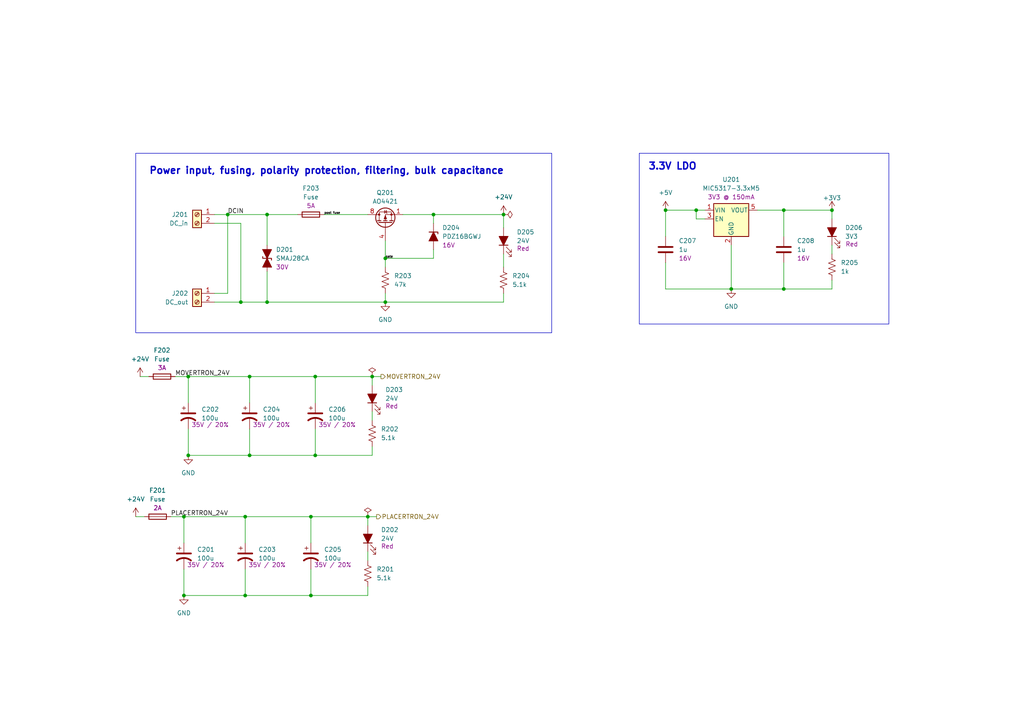
<source format=kicad_sch>
(kicad_sch (version 20230121) (generator eeschema)
  (paper "A4")
  (lib_symbols
    (symbol "Connector:Screw_Terminal_01x02" (pin_names (offset 1.016) hide)
      (property "Reference" "J" (at 0 2.54 0))
      (property "Value" "Screw_Terminal_01x02" (at 0 -5.08 0))
      (symbol "Screw_Terminal_01x02_1_1"
        (rectangle (start -1.27 1.27) (end 1.27 -3.81) (stroke (width 0.254)) (fill (type background)))
        (circle (center 0 -2.54) (radius 0.635) (stroke (width 0.1524)))
        (polyline (pts (xy -0.5334 -2.2098) (xy 0.3302 -3.048)) (stroke (width 0.1524)))
        (polyline (pts (xy -0.5334 0.3302) (xy 0.3302 -0.508)) (stroke (width 0.1524)))
        (polyline (pts (xy -0.3556 -2.032) (xy 0.508 -2.8702)) (stroke (width 0.1524)))
        (polyline (pts (xy -0.3556 0.508) (xy 0.508 -0.3302)) (stroke (width 0.1524)))
        (circle (center 0 0) (radius 0.635) (stroke (width 0.1524)))
        (pin passive line (at -5.08 0 0) (length 3.81) (name "Pin_1") (number "1"))
        (pin passive line (at -5.08 -2.54 0) (length 3.81) (name "Pin_2") (number "2"))
      )
    )
    (symbol "Device:C" (pin_numbers hide) (pin_names (offset 0.254))
      (property "Reference" "C" (at 0.635 2.54 0))
      (property "Value" "C" (at 0.635 -2.54 0))
      (symbol "C_0_1"
        (polyline (pts (xy -2.032 -0.762) (xy 2.032 -0.762)) (stroke (width 0.508)))
        (polyline (pts (xy -2.032 0.762) (xy 2.032 0.762)) (stroke (width 0.508)))
      )
      (symbol "C_1_1"
        (pin passive line (at 0 3.81 270) (length 2.794) (name "~") (number "1"))
        (pin passive line (at 0 -3.81 90) (length 2.794) (name "~") (number "2"))
      )
    )
    (symbol "Device:C_Polarized_US" (pin_numbers hide) (pin_names (offset 0.254) hide)
      (property "Reference" "C" (at 0.635 2.54 0))
      (property "Value" "C_Polarized_US" (at 0.635 -2.54 0))
      (symbol "C_Polarized_US_0_1"
        (polyline (pts (xy -2.032 0.762) (xy 2.032 0.762)) (stroke (width 0.508)))
        (polyline (pts (xy -1.778 2.286) (xy -0.762 2.286)))
        (polyline (pts (xy -1.27 1.778) (xy -1.27 2.794)))
        (arc (start 2.032 -1.27) (mid 0 -0.5572) (end -2.032 -1.27) (stroke (width 0.508)))
      )
      (symbol "C_Polarized_US_1_1"
        (pin passive line (at 0 3.81 270) (length 2.794) (name "~") (number "1"))
        (pin passive line (at 0 -3.81 90) (length 3.302) (name "~") (number "2"))
      )
    )
    (symbol "Device:D_TVS_Filled" (pin_numbers hide) (pin_names (offset 1.016) hide)
      (property "Reference" "D" (at 0 2.54 0))
      (property "Value" "D_TVS_Filled" (at 0 -2.54 0))
      (symbol "D_TVS_Filled_0_1"
        (polyline (pts (xy 1.27 0) (xy -1.27 0)))
        (polyline (pts (xy -2.54 -1.27) (xy 0 0) (xy -2.54 1.27) (xy -2.54 -1.27)) (stroke (width 0.254)) (fill (type outline)))
        (polyline (pts (xy 0.508 1.27) (xy 0 1.27) (xy 0 -1.27) (xy -0.508 -1.27)) (stroke (width 0.254)))
        (polyline (pts (xy 2.54 1.27) (xy 2.54 -1.27) (xy 0 0) (xy 2.54 1.27)) (stroke (width 0.254)) (fill (type outline)))
      )
      (symbol "D_TVS_Filled_1_1"
        (pin passive line (at -3.81 0 0) (length 2.54) (name "A1") (number "1"))
        (pin passive line (at 3.81 0 180) (length 2.54) (name "A2") (number "2"))
      )
    )
    (symbol "Device:D_Zener_Filled" (pin_numbers hide) (pin_names (offset 1.016) hide)
      (property "Reference" "D" (at 0 2.54 0))
      (property "Value" "D_Zener_Filled" (at 0 -2.54 0))
      (symbol "D_Zener_Filled_0_1"
        (polyline (pts (xy 1.27 0) (xy -1.27 0)))
        (polyline (pts (xy -1.27 -1.27) (xy -1.27 1.27) (xy -0.762 1.27)) (stroke (width 0.254)))
        (polyline (pts (xy 1.27 -1.27) (xy 1.27 1.27) (xy -1.27 0) (xy 1.27 -1.27)) (stroke (width 0.254)) (fill (type outline)))
      )
      (symbol "D_Zener_Filled_1_1"
        (pin passive line (at -3.81 0 0) (length 2.54) (name "K") (number "1"))
        (pin passive line (at 3.81 0 180) (length 2.54) (name "A") (number "2"))
      )
    )
    (symbol "Device:Fuse" (pin_numbers hide) (pin_names (offset 0))
      (property "Reference" "F" (at 2.032 0 90))
      (property "Value" "Fuse" (at -1.905 0 90))
      (symbol "Fuse_0_1"
        (rectangle (start -0.762 -2.54) (end 0.762 2.54) (stroke (width 0.254)))
        (polyline (pts (xy 0 2.54) (xy 0 -2.54)))
      )
      (symbol "Fuse_1_1"
        (pin passive line (at 0 3.81 270) (length 1.27) (name "~") (number "1"))
        (pin passive line (at 0 -3.81 90) (length 1.27) (name "~") (number "2"))
      )
    )
    (symbol "Device:LED_Filled" (pin_numbers hide) (pin_names (offset 1.016) hide)
      (property "Reference" "D" (at 0 2.54 0))
      (property "Value" "LED_Filled" (at 0 -2.54 0))
      (symbol "LED_Filled_0_1"
        (polyline (pts (xy -1.27 -1.27) (xy -1.27 1.27)) (stroke (width 0.254)))
        (polyline (pts (xy -1.27 0) (xy 1.27 0)))
        (polyline (pts (xy 1.27 -1.27) (xy 1.27 1.27) (xy -1.27 0) (xy 1.27 -1.27)) (stroke (width 0.254)) (fill (type outline)))
        (polyline (pts (xy -3.048 -0.762) (xy -4.572 -2.286) (xy -3.81 -2.286) (xy -4.572 -2.286) (xy -4.572 -1.524)))
        (polyline (pts (xy -1.778 -0.762) (xy -3.302 -2.286) (xy -2.54 -2.286) (xy -3.302 -2.286) (xy -3.302 -1.524)))
      )
      (symbol "LED_Filled_1_1"
        (pin passive line (at -3.81 0 0) (length 2.54) (name "K") (number "1"))
        (pin passive line (at 3.81 0 180) (length 2.54) (name "A") (number "2"))
      )
    )
    (symbol "Device:R_US" (pin_numbers hide) (pin_names (offset 0))
      (property "Reference" "R" (at 2.54 0 90))
      (property "Value" "R_US" (at -2.54 0 90))
      (symbol "R_US_0_1"
        (polyline (pts (xy 0 -2.286) (xy 0 -2.54)))
        (polyline (pts (xy 0 2.286) (xy 0 2.54)))
        (polyline (pts (xy 0 -0.762) (xy 1.016 -1.143) (xy 0 -1.524) (xy -1.016 -1.905) (xy 0 -2.286)))
        (polyline (pts (xy 0 0.762) (xy 1.016 0.381) (xy 0 0) (xy -1.016 -0.381) (xy 0 -0.762)))
        (polyline (pts (xy 0 2.286) (xy 1.016 1.905) (xy 0 1.524) (xy -1.016 1.143) (xy 0 0.762)))
      )
      (symbol "R_US_1_1"
        (pin passive line (at 0 3.81 270) (length 1.27) (name "~") (number "1"))
        (pin passive line (at 0 -3.81 90) (length 1.27) (name "~") (number "2"))
      )
    )
    (symbol "Regulator_Linear:MIC5317-3.3xM5" (pin_names (offset 0.254))
      (property "Reference" "U" (at -6.35 6.35 0))
      (property "Value" "MIC5317-3.3xM5" (at 0 6.35 0))
      (symbol "MIC5317-3.3xM5_0_1"
        (rectangle (start -5.08 4.445) (end 5.08 -5.08) (stroke (width 0.254)) (fill (type background)))
      )
      (symbol "MIC5317-3.3xM5_1_1"
        (pin power_in line (at -7.62 2.54 0) (length 2.54) (name "VIN") (number "1"))
        (pin power_in line (at 0 -7.62 90) (length 2.54) (name "GND") (number "2"))
        (pin input line (at -7.62 0 0) (length 2.54) (name "EN") (number "3"))
        (pin no_connect line (at 5.08 0 180) (length 2.54) hide (name "NC") (number "4"))
        (pin power_out line (at 7.62 2.54 180) (length 2.54) (name "VOUT") (number "5"))
      )
    )
    (symbol "Transistor_FET:IRF7404" (pin_names hide)
      (property "Reference" "Q" (at 5.08 1.905 0))
      (property "Value" "IRF7404" (at 5.08 0 0))
      (symbol "IRF7404_0_1"
        (polyline (pts (xy 0.254 0) (xy -2.54 0)))
        (polyline (pts (xy 0.254 1.905) (xy 0.254 -1.905)) (stroke (width 0.254)))
        (polyline (pts (xy 0.762 -1.27) (xy 0.762 -2.286)) (stroke (width 0.254)))
        (polyline (pts (xy 0.762 0.508) (xy 0.762 -0.508)) (stroke (width 0.254)))
        (polyline (pts (xy 0.762 2.286) (xy 0.762 1.27)) (stroke (width 0.254)))
        (polyline (pts (xy 2.54 2.54) (xy 2.54 1.778)))
        (polyline (pts (xy 2.54 -2.54) (xy 2.54 0) (xy 0.762 0)))
        (polyline (pts (xy 0.762 1.778) (xy 3.302 1.778) (xy 3.302 -1.778) (xy 0.762 -1.778)))
        (polyline (pts (xy 2.286 0) (xy 1.27 0.381) (xy 1.27 -0.381) (xy 2.286 0)) (fill (type outline)))
        (polyline (pts (xy 2.794 -0.508) (xy 2.921 -0.381) (xy 3.683 -0.381) (xy 3.81 -0.254)))
        (polyline (pts (xy 3.302 -0.381) (xy 2.921 0.254) (xy 3.683 0.254) (xy 3.302 -0.381)))
        (circle (center 1.651 0) (radius 2.794) (stroke (width 0.254)))
        (circle (center 2.54 -1.778) (radius 0.254) (fill (type outline)))
        (circle (center 2.54 1.778) (radius 0.254) (fill (type outline)))
      )
      (symbol "IRF7404_1_1"
        (pin passive line (at 2.54 -5.08 90) (length 2.54) (name "S") (number "1"))
        (pin passive line (at 2.54 -5.08 90) (length 2.54) hide (name "S") (number "2"))
        (pin passive line (at 2.54 -5.08 90) (length 2.54) hide (name "S") (number "3"))
        (pin passive line (at -5.08 0 0) (length 2.54) (name "G") (number "4"))
        (pin passive line (at 2.54 5.08 270) (length 2.54) hide (name "D") (number "5"))
        (pin passive line (at 2.54 5.08 270) (length 2.54) hide (name "D") (number "6"))
        (pin passive line (at 2.54 5.08 270) (length 2.54) hide (name "D") (number "7"))
        (pin passive line (at 2.54 5.08 270) (length 2.54) (name "D") (number "8"))
      )
    )
    (symbol "power:+24V" (power) (pin_names (offset 0))
      (property "Value" "+24V" (at 0 3.556 0))
      (symbol "+24V_0_1"
        (polyline (pts (xy -0.762 1.27) (xy 0 2.54)))
        (polyline (pts (xy 0 0) (xy 0 2.54)))
        (polyline (pts (xy 0 2.54) (xy 0.762 1.27)))
      )
      (symbol "+24V_1_1"
        (pin power_in line (at 0 0 90) (length 0) hide (name "+24V") (number "1"))
      )
    )
    (symbol "power:+3V3" (power) (pin_names (offset 0))
      (property "Value" "+3V3" (at 0 3.556 0))
      (symbol "+3V3_0_1"
        (polyline (pts (xy -0.762 1.27) (xy 0 2.54)))
        (polyline (pts (xy 0 0) (xy 0 2.54)))
        (polyline (pts (xy 0 2.54) (xy 0.762 1.27)))
      )
      (symbol "+3V3_1_1"
        (pin power_in line (at 0 0 90) (length 0) hide (name "+3V3") (number "1"))
      )
    )
    (symbol "power:+5V" (power) (pin_names (offset 0))
      (property "Value" "+5V" (at 0 3.556 0))
      (symbol "+5V_0_1"
        (polyline (pts (xy -0.762 1.27) (xy 0 2.54)))
        (polyline (pts (xy 0 0) (xy 0 2.54)))
        (polyline (pts (xy 0 2.54) (xy 0.762 1.27)))
      )
      (symbol "+5V_1_1"
        (pin power_in line (at 0 0 90) (length 0) hide (name "+5V") (number "1"))
      )
    )
    (symbol "power:GND" (power) (pin_names (offset 0))
      (property "Value" "GND" (at 0 -3.81 0))
      (symbol "GND_0_1"
        (polyline (pts (xy 0 0) (xy 0 -1.27) (xy 1.27 -1.27) (xy 0 -2.54) (xy -1.27 -1.27) (xy 0 -1.27)))
      )
      (symbol "GND_1_1"
        (pin power_in line (at 0 0 270) (length 0) hide (name "GND") (number "1"))
      )
    )
    (symbol "power:PWR_FLAG" (power) (pin_numbers hide) (pin_names (offset 0) hide)
      (property "Value" "PWR_FLAG" (at 0 3.81 0))
      (symbol "PWR_FLAG_0_0"
        (pin power_out line (at 0 0 90) (length 0) (name "pwr") (number "1"))
      )
      (symbol "PWR_FLAG_0_1"
        (polyline (pts (xy 0 0) (xy 0 1.27) (xy -1.016 1.905) (xy 0 2.54) (xy 1.016 1.905) (xy 0 1.27)))
      )
    )
  )
  (junction (at 90.17 172.72))
  (junction (at 111.76 87.63))
  (junction (at 91.44 132.08))
  (junction (at 91.44 109.22))
  (junction (at 66.04 62.23))
  (junction (at 111.76 74.93))
  (junction (at 193.04 60.96))
  (junction (at 212.09 83.82))
  (junction (at 71.12 149.86))
  (junction (at 72.39 132.08))
  (junction (at 125.73 62.23))
  (junction (at 71.12 172.72))
  (junction (at 53.34 172.72))
  (junction (at 106.68 149.86))
  (junction (at 54.61 109.22))
  (junction (at 227.33 83.82))
  (junction (at 77.47 87.63))
  (junction (at 72.39 109.22))
  (junction (at 241.3 60.96))
  (junction (at 90.17 149.86))
  (junction (at 107.95 109.22))
  (junction (at 54.61 132.08))
  (junction (at 201.93 60.96))
  (junction (at 227.33 60.96))
  (junction (at 69.85 87.63))
  (junction (at 77.47 62.23))
  (junction (at 146.05 62.23))
  (junction (at 53.34 149.86))
  (wire (pts (xy 125.73 64.77) (xy 125.73 62.23)))
  (wire (pts (xy 71.12 165.1) (xy 71.12 172.72)))
  (wire (pts (xy 111.76 74.93) (xy 125.73 74.93)))
  (wire (pts (xy 71.12 149.86) (xy 90.17 149.86)))
  (wire (pts (xy 62.23 87.63) (xy 69.85 87.63)))
  (wire (pts (xy 193.04 76.2) (xy 193.04 83.82)))
  (wire (pts (xy 193.04 68.58) (xy 193.04 60.96)))
  (wire (pts (xy 227.33 60.96) (xy 241.3 60.96)))
  (wire (pts (xy 107.95 109.22) (xy 107.95 111.76)))
  (wire (pts (xy 49.53 149.86) (xy 53.34 149.86)))
  (wire (pts (xy 71.12 157.48) (xy 71.12 149.86)))
  (wire (pts (xy 107.95 129.54) (xy 107.95 132.08)))
  (wire (pts (xy 40.64 109.22) (xy 43.18 109.22)))
  (wire (pts (xy 111.76 87.63) (xy 77.47 87.63)))
  (wire (pts (xy 53.34 165.1) (xy 53.34 172.72)))
  (wire (pts (xy 227.33 76.2) (xy 227.33 83.82)))
  (wire (pts (xy 111.76 87.63) (xy 146.05 87.63)))
  (wire (pts (xy 69.85 64.77) (xy 69.85 87.63)))
  (wire (pts (xy 54.61 109.22) (xy 72.39 109.22)))
  (wire (pts (xy 146.05 85.09) (xy 146.05 87.63)))
  (wire (pts (xy 91.44 109.22) (xy 107.95 109.22)))
  (wire (pts (xy 90.17 165.1) (xy 90.17 172.72)))
  (wire (pts (xy 53.34 149.86) (xy 71.12 149.86)))
  (wire (pts (xy 50.8 109.22) (xy 54.61 109.22)))
  (wire (pts (xy 91.44 124.46) (xy 91.44 132.08)))
  (wire (pts (xy 77.47 62.23) (xy 86.36 62.23)))
  (wire (pts (xy 193.04 60.96) (xy 201.93 60.96)))
  (wire (pts (xy 62.23 62.23) (xy 66.04 62.23)))
  (wire (pts (xy 111.76 85.09) (xy 111.76 87.63)))
  (wire (pts (xy 77.47 62.23) (xy 77.47 71.12)))
  (wire (pts (xy 69.85 87.63) (xy 77.47 87.63)))
  (wire (pts (xy 106.68 149.86) (xy 106.68 152.4)))
  (wire (pts (xy 227.33 83.82) (xy 212.09 83.82)))
  (wire (pts (xy 53.34 149.86) (xy 53.34 157.48)))
  (wire (pts (xy 125.73 62.23) (xy 116.84 62.23)))
  (wire (pts (xy 54.61 109.22) (xy 54.61 116.84)))
  (wire (pts (xy 107.95 119.38) (xy 107.95 121.92)))
  (wire (pts (xy 212.09 71.12) (xy 212.09 83.82)))
  (wire (pts (xy 106.68 172.72) (xy 90.17 172.72)))
  (wire (pts (xy 66.04 62.23) (xy 66.04 85.09)))
  (wire (pts (xy 62.23 64.77) (xy 69.85 64.77)))
  (wire (pts (xy 106.68 149.86) (xy 109.22 149.86)))
  (wire (pts (xy 241.3 81.28) (xy 241.3 83.82)))
  (wire (pts (xy 241.3 71.12) (xy 241.3 73.66)))
  (wire (pts (xy 227.33 68.58) (xy 227.33 60.96)))
  (wire (pts (xy 72.39 132.08) (xy 54.61 132.08)))
  (wire (pts (xy 39.37 149.86) (xy 41.91 149.86)))
  (wire (pts (xy 111.76 69.85) (xy 111.76 74.93)))
  (wire (pts (xy 90.17 157.48) (xy 90.17 149.86)))
  (wire (pts (xy 241.3 63.5) (xy 241.3 60.96)))
  (wire (pts (xy 111.76 74.93) (xy 111.76 77.47)))
  (wire (pts (xy 219.71 60.96) (xy 227.33 60.96)))
  (wire (pts (xy 72.39 109.22) (xy 91.44 109.22)))
  (wire (pts (xy 204.47 63.5) (xy 201.93 63.5)))
  (wire (pts (xy 72.39 124.46) (xy 72.39 132.08)))
  (wire (pts (xy 125.73 62.23) (xy 146.05 62.23)))
  (wire (pts (xy 72.39 116.84) (xy 72.39 109.22)))
  (wire (pts (xy 62.23 85.09) (xy 66.04 85.09)))
  (wire (pts (xy 91.44 116.84) (xy 91.44 109.22)))
  (wire (pts (xy 66.04 62.23) (xy 77.47 62.23)))
  (wire (pts (xy 90.17 149.86) (xy 106.68 149.86)))
  (wire (pts (xy 107.95 132.08) (xy 91.44 132.08)))
  (wire (pts (xy 146.05 73.66) (xy 146.05 77.47)))
  (wire (pts (xy 201.93 60.96) (xy 204.47 60.96)))
  (wire (pts (xy 106.68 170.18) (xy 106.68 172.72)))
  (wire (pts (xy 146.05 66.04) (xy 146.05 62.23)))
  (wire (pts (xy 77.47 78.74) (xy 77.47 87.63)))
  (wire (pts (xy 125.73 74.93) (xy 125.73 72.39)))
  (wire (pts (xy 201.93 63.5) (xy 201.93 60.96)))
  (wire (pts (xy 106.68 160.02) (xy 106.68 162.56)))
  (wire (pts (xy 227.33 83.82) (xy 241.3 83.82)))
  (wire (pts (xy 107.95 109.22) (xy 110.49 109.22)))
  (wire (pts (xy 90.17 172.72) (xy 71.12 172.72)))
  (wire (pts (xy 93.98 62.23) (xy 106.68 62.23)))
  (wire (pts (xy 71.12 172.72) (xy 53.34 172.72)))
  (wire (pts (xy 91.44 132.08) (xy 72.39 132.08)))
  (wire (pts (xy 193.04 83.82) (xy 212.09 83.82)))
  (wire (pts (xy 54.61 124.46) (xy 54.61 132.08)))
  (rectangle (start 185.42 44.45) (end 257.81 93.98))
  (rectangle (start 39.37 44.45) (end 160.02 96.52))
  (text "Power input, fusing, polarity protection, filtering, bulk capacitance" (at 43.18 50.8 0) (effects (font (size 2 2) (thickness 0.4) bold) (justify left bottom)))
  (text "3.3V LDO" (at 187.96 49.53 0) (effects (font (size 2 2) bold) (justify left bottom)))
  (label "MOVERTRON_24V" (at 50.8 109.22 0))
  (label "gate" (at 111.76 74.93 0) (effects (font (size 0.64 0.64))))
  (label "PLACERTRON_24V" (at 49.53 149.86 0))
  (label "post fuse" (at 93.98 62.23 0) (effects (font (size 0.64 0.64))))
  (label "DCIN" (at 66.04 62.23 0))
  (hierarchical_label "PLACERTRON_24V" (shape output) (at 109.22 149.86 0))
  (hierarchical_label "MOVERTRON_24V" (shape output) (at 110.49 109.22 0))
  (symbol (lib_id "power:+24V") (at 40.64 109.22 0) (unit 1)
    (property "Reference" "#PWR0202" (effects hide))
    (property "Value" "+24V" (at 40.64 104.14 0))
    (instances (project "linkertron" (path "" (reference "#PWR0202") (unit 1))) (project "movertron" (path "" (reference "#PWR0212") (unit 1))))
  )
  (symbol (lib_id "Device:C_Polarized_US") (at 90.17 161.29 0) (unit 1)
    (property "Reference" "C205" (at 93.98 159.385 0) (effects (justify left)))
    (property "Value" "100u" (at 93.98 161.925 0) (effects (justify left)))
    (property "Footprint" "Capacitor_SMD:CP_Elec_6.3x9.9" (effects hide))
    (property "mpn" "EMZR500ARA101MF80G" (effects hide))
    (property "Rating" "35V / 20%" (at 96.52 163.83 0))
    (instances (project "linkertron" (path "" (reference "C205") (unit 1))) (project "movertron" (path "" (reference "C208") (unit 1))))
  )
  (symbol (lib_id "Device:D_TVS_Filled") (at 77.47 74.93 90) (unit 1)
    (property "Reference" "D201" (at 80.01 72.39 90) (effects (justify right)))
    (property "Value" "SMAJ28CA" (at 80.01 74.93 90) (effects (justify right)))
    (property "Footprint" "Droid:D_SMA" (effects hide))
    (property "Datasheet" "https://www.bourns.com/docs/Product-Datasheets/SMAJ.pdf" (effects hide))
    (property "Rating" "30V" (at 80.01 77.47 90) (effects (justify right)))
    (property "mpn" "SMAJ28CA" (effects hide))
  )
  (symbol (lib_id "Device:LED_Filled") (at 107.95 115.57 90) (unit 1)
    (property "Reference" "D203" (at 111.76 113.03 90) (effects (justify right)))
    (property "Value" "24V" (at 111.76 115.57 90) (effects (justify right)))
    (property "Footprint" "Droid:LED_0805_LiteOn" (effects hide))
    (property "mpn" "APT2012EC" (effects hide))
    (property "Rating" "Red" (at 111.76 117.7925 90) (effects (justify right)))
    (instances (project "linkertron" (path "" (reference "D203") (unit 1))) (project "movertron" (path "" (reference "D204") (unit 1))))
  )
  (symbol (lib_id "power:+5V") (at 193.04 60.96 0) (unit 1)
    (property "Reference" "#PWR0207" (effects hide))
    (property "Value" "+5V" (at 193.04 55.88 0))
    (instances (project "linkertron" (path "" (reference "#PWR0207") (unit 1))) (project "movertron" (path "" (reference "#PWR0209") (unit 1))))
  )
  (symbol (lib_id "power:GND") (at 53.34 172.72 0) (unit 1)
    (property "Reference" "#PWR0203" (effects hide))
    (property "Value" "GND" (at 53.34 177.8 0))
  )
  (symbol (lib_id "power:GND") (at 212.09 83.82 0) (unit 1)
    (property "Reference" "#PWR0208" (effects hide))
    (property "Value" "GND" (at 212.09 88.9 0))
    (instances (project "linkertron" (path "" (reference "#PWR0208") (unit 1))) (project "movertron" (path "" (reference "#PWR0210") (unit 1))))
  )
  (symbol (lib_id "Device:Fuse") (at 90.17 62.23 90) (unit 1)
    (property "Reference" "F203" (at 90.17 54.61 90))
    (property "Value" "Fuse" (at 90.17 57.15 90))
    (property "Footprint" "Fuse:Fuseholder_Blade_Mini_Keystone_3568" (effects hide))
    (property "Datasheet" "https://www.keyelco.com/userAssets/file/M65p42.pdf" (effects hide))
    (property "Rating" "5A" (at 90.17 59.69 90))
    (property "mpn" "3568" (effects hide))
    (instances (project "linkertron" (path "" (reference "F203") (unit 1))) (project "movertron" (path "" (reference "F201") (unit 1))))
  )
  (symbol (lib_id "Device:Fuse") (at 46.99 109.22 90) (unit 1)
    (property "Reference" "F202" (at 46.99 101.6 90))
    (property "Value" "Fuse" (at 46.99 104.14 90))
    (property "Footprint" "Fuse:Fuseholder_Blade_Mini_Keystone_3568" (effects hide))
    (property "Datasheet" "https://www.keyelco.com/userAssets/file/M65p42.pdf" (effects hide))
    (property "Rating" "3A" (at 46.99 106.68 90))
    (property "mpn" "3568" (effects hide))
    (instances (project "linkertron" (path "" (reference "F202") (unit 1))) (project "movertron" (path "" (reference "F201") (unit 1))))
  )
  (symbol (lib_id "Device:LED_Filled") (at 146.05 69.85 90) (unit 1)
    (property "Reference" "D205" (at 149.86 67.31 90) (effects (justify right)))
    (property "Value" "24V" (at 149.86 69.85 90) (effects (justify right)))
    (property "Footprint" "Droid:LED_0805_LiteOn" (effects hide))
    (property "mpn" "APT2012EC" (effects hide))
    (property "Rating" "Red" (at 149.86 72.0725 90) (effects (justify right)))
    (instances (project "linkertron" (path "" (reference "D205") (unit 1))) (project "movertron" (path "" (reference "D204") (unit 1))))
  )
  (symbol (lib_id "power:+24V") (at 39.37 149.86 0) (unit 1)
    (property "Reference" "#PWR0201" (effects hide))
    (property "Value" "+24V" (at 39.37 144.78 0))
    (instances (project "linkertron" (path "" (reference "#PWR0201") (unit 1))) (project "movertron" (path "" (reference "#PWR0212") (unit 1))))
  )
  (symbol (lib_id "Transistor_FET:IRF7404") (at 111.76 64.77 90) (unit 1)
    (property "Reference" "Q201" (at 111.76 55.88 90))
    (property "Value" "AO4421" (at 111.76 58.42 90))
    (property "Footprint" "Package_SO:SOIC-8_3.9x4.9mm_P1.27mm" (effects hide))
    (property "Datasheet" "http://www.aosmd.com/res/data_sheets/AO4421.pdf" (effects hide))
    (property "mpn" "AO4421" (effects hide))
  )
  (symbol (lib_id "Device:R_US") (at 106.68 166.37 0) (unit 1)
    (property "Reference" "R201" (at 109.22 165.1 0) (effects (justify left)))
    (property "Value" "5.1k" (at 109.22 167.64 0) (effects (justify left)))
    (property "Footprint" "Droid:R_0603_HandSolder" (effects hide))
    (property "mpn" "RMCF0603FT5K10" (effects hide))
    (instances (project "linkertron" (path "" (reference "R201") (unit 1))) (project "movertron" (path "" (reference "R203") (unit 1))))
  )
  (symbol (lib_id "power:+3V3") (at 241.3 60.96 0) (unit 1)
    (property "Reference" "#PWR0209" (effects hide))
    (property "Value" "+3V3" (at 241.3 57.404 0))
    (instances (project "linkertron" (path "" (reference "#PWR0209") (unit 1))) (project "movertron" (path "" (reference "#PWR0211") (unit 1))))
  )
  (symbol (lib_id "Device:R_US") (at 146.05 81.28 0) (unit 1)
    (property "Reference" "R204" (at 148.59 80.01 0) (effects (justify left)))
    (property "Value" "5.1k" (at 148.59 82.55 0) (effects (justify left)))
    (property "Footprint" "Droid:R_0603_HandSolder" (effects hide))
    (property "mpn" "RMCF0603FT5K10" (effects hide))
    (instances (project "linkertron" (path "" (reference "R204") (unit 1))) (project "movertron" (path "" (reference "R203") (unit 1))))
  )
  (symbol (lib_id "power:GND") (at 111.76 87.63 0) (unit 1)
    (property "Reference" "#PWR0205" (effects hide))
    (property "Value" "GND" (at 111.76 92.71 0))
    (instances (project "linkertron" (path "" (reference "#PWR0205") (unit 1))) (project "movertron" (path "" (reference "#PWR0207") (unit 1))))
  )
  (symbol (lib_id "Device:C_Polarized_US") (at 72.39 120.65 0) (unit 1)
    (property "Reference" "C204" (at 76.2 118.745 0) (effects (justify left)))
    (property "Value" "100u" (at 76.2 121.285 0) (effects (justify left)))
    (property "Footprint" "Capacitor_SMD:CP_Elec_6.3x9.9" (effects hide))
    (property "mpn" "EMZR500ARA101MF80G" (effects hide))
    (property "Rating" "35V / 20%" (at 78.74 123.19 0))
    (instances (project "linkertron" (path "" (reference "C204") (unit 1))) (project "movertron" (path "" (reference "C208") (unit 1))))
  )
  (symbol (lib_id "Device:C_Polarized_US") (at 91.44 120.65 0) (unit 1)
    (property "Reference" "C206" (at 95.25 118.745 0) (effects (justify left)))
    (property "Value" "100u" (at 95.25 121.285 0) (effects (justify left)))
    (property "Footprint" "Capacitor_SMD:CP_Elec_6.3x9.9" (effects hide))
    (property "mpn" "EMZR500ARA101MF80G" (effects hide))
    (property "Rating" "35V / 20%" (at 97.79 123.19 0))
    (instances (project "linkertron" (path "" (reference "C206") (unit 1))) (project "movertron" (path "" (reference "C208") (unit 1))))
  )
  (symbol (lib_id "power:PWR_FLAG") (at 106.68 149.86 0) (unit 1)
    (property "Reference" "#FLG0201" (effects hide))
    (property "Value" "PWR_FLAG" (effects hide))
  )
  (symbol (lib_id "Regulator_Linear:MIC5317-3.3xM5") (at 212.09 63.5 0) (unit 1)
    (property "Reference" "U201" (at 212.09 52.07 0))
    (property "Value" "MIC5317-3.3xM5" (at 212.09 54.61 0))
    (property "Footprint" "Package_TO_SOT_SMD:SOT-23-5" (effects hide))
    (property "Datasheet" "https://ww1.microchip.com/downloads/aemDocuments/documents/OTH/ProductDocuments/DataSheets/MIC5317-High-Performance-Single-150mA-LDO-DS20006195B.pdf" (effects hide))
    (property "mpn" "MIC5317-3.3YD5" (effects hide))
    (property "Rating" "3V3 @ 150mA" (at 212.09 57.15 0))
    (instances (project "linkertron" (path "" (reference "U201") (unit 1))) (project "movertron" (path "" (reference "U202") (unit 1))))
  )
  (symbol (lib_id "power:PWR_FLAG") (at 146.05 62.23 270) (unit 1)
    (property "Reference" "#FLG0203" (effects hide))
    (property "Value" "PWR_FLAG" (effects hide))
  )
  (symbol (lib_id "Device:LED_Filled") (at 241.3 67.31 90) (unit 1)
    (property "Reference" "D206" (at 245.11 66.04 90) (effects (justify right)))
    (property "Value" "3V3" (at 245.11 68.58 90) (effects (justify right)))
    (property "Footprint" "Droid:LED_0805_LiteOn" (effects hide))
    (property "mpn" "APT2012EC" (effects hide))
    (property "Rating" "Red" (at 248.92 70.8025 90) (effects (justify left)))
    (instances (project "linkertron" (path "" (reference "D206") (unit 1))) (project "movertron" (path "" (reference "D205") (unit 1))))
  )
  (symbol (lib_id "power:GND") (at 54.61 132.08 0) (unit 1)
    (property "Reference" "#PWR0204" (effects hide))
    (property "Value" "GND" (at 54.61 137.16 0))
  )
  (symbol (lib_id "power:+24V") (at 146.05 62.23 0) (unit 1)
    (property "Reference" "#PWR0206" (effects hide))
    (property "Value" "+24V" (at 146.05 57.15 0))
    (instances (project "linkertron" (path "" (reference "#PWR0206") (unit 1))) (project "movertron" (path "" (reference "#PWR0212") (unit 1))))
  )
  (symbol (lib_id "Device:R_US") (at 241.3 77.47 0) (unit 1)
    (property "Reference" "R205" (at 243.84 76.2 0) (effects (justify left)))
    (property "Value" "1k" (at 243.84 78.74 0) (effects (justify left)))
    (property "Footprint" "Droid:R_0603_HandSolder" (effects hide))
    (property "mpn" "RMCF0603JT1K00" (effects hide))
    (property "Rating" "100mw" (effects hide))
    (instances (project "linkertron" (path "" (reference "R205") (unit 1))) (project "movertron" (path "" (reference "R204") (unit 1))))
  )
  (symbol (lib_id "Device:C_Polarized_US") (at 71.12 161.29 0) (unit 1)
    (property "Reference" "C203" (at 74.93 159.385 0) (effects (justify left)))
    (property "Value" "100u" (at 74.93 161.925 0) (effects (justify left)))
    (property "Footprint" "Capacitor_SMD:CP_Elec_6.3x9.9" (effects hide))
    (property "mpn" "EMZR500ARA101MF80G" (effects hide))
    (property "Rating" "35V / 20%" (at 77.47 163.83 0))
    (instances (project "linkertron" (path "" (reference "C203") (unit 1))) (project "movertron" (path "" (reference "C208") (unit 1))))
  )
  (symbol (lib_id "power:PWR_FLAG") (at 107.95 109.22 0) (unit 1)
    (property "Reference" "#FLG0202" (effects hide))
    (property "Value" "PWR_FLAG" (effects hide))
  )
  (symbol (lib_id "Device:R_US") (at 111.76 81.28 0) (unit 1)
    (property "Reference" "R203" (at 114.3 80.01 0) (effects (justify left)))
    (property "Value" "47k" (at 114.3 82.55 0) (effects (justify left)))
    (property "Footprint" "Droid:R_0603_HandSolder" (effects hide))
    (property "mpn" "RC0603FR-0747KL" (effects hide))
    (instances (project "linkertron" (path "" (reference "R203") (unit 1))) (project "movertron" (path "" (reference "R201") (unit 1))))
  )
  (symbol (lib_id "Device:R_US") (at 107.95 125.73 0) (unit 1)
    (property "Reference" "R202" (at 110.49 124.46 0) (effects (justify left)))
    (property "Value" "5.1k" (at 110.49 127 0) (effects (justify left)))
    (property "Footprint" "Droid:R_0603_HandSolder" (effects hide))
    (property "mpn" "RMCF0603FT5K10" (effects hide))
    (instances (project "linkertron" (path "" (reference "R202") (unit 1))) (project "movertron" (path "" (reference "R203") (unit 1))))
  )
  (symbol (lib_id "Device:C_Polarized_US") (at 53.34 161.29 0) (unit 1)
    (property "Reference" "C201" (at 57.15 159.385 0) (effects (justify left)))
    (property "Value" "100u" (at 57.15 161.925 0) (effects (justify left)))
    (property "Footprint" "Capacitor_SMD:CP_Elec_6.3x9.9" (effects hide))
    (property "mpn" "EMZR500ARA101MF80G" (effects hide))
    (property "Rating" "35V / 20%" (at 59.69 163.83 0))
    (instances (project "linkertron" (path "" (reference "C201") (unit 1))) (project "movertron" (path "" (reference "C208") (unit 1))))
  )
  (symbol (lib_id "Device:D_Zener_Filled") (at 125.73 68.58 270) (unit 1)
    (property "Reference" "D204" (at 128.27 66.04 90) (effects (justify left)))
    (property "Value" "PDZ16BGWJ" (at 128.27 68.58 90) (effects (justify left)))
    (property "Footprint" "Droid:D_SOD-123" (effects hide))
    (property "Datasheet" "https://assets.nexperia.com/documents/data-sheet/PDZ-GW_SER.pdf" (effects hide))
    (property "Rating" "16V" (at 128.27 71.12 90) (effects (justify left)))
    (property "mpn" "PDZ16BGWJ" (effects hide))
    (instances (project "linkertron" (path "" (reference "D204") (unit 1))) (project "movertron" (path "" (reference "D202") (unit 1))))
  )
  (symbol (lib_id "Device:LED_Filled") (at 106.68 156.21 90) (unit 1)
    (property "Reference" "D202" (at 110.49 153.67 90) (effects (justify right)))
    (property "Value" "24V" (at 110.49 156.21 90) (effects (justify right)))
    (property "Footprint" "Droid:LED_0805_LiteOn" (effects hide))
    (property "mpn" "APT2012EC" (effects hide))
    (property "Rating" "Red" (at 110.49 158.4325 90) (effects (justify right)))
    (instances (project "linkertron" (path "" (reference "D202") (unit 1))) (project "movertron" (path "" (reference "D204") (unit 1))))
  )
  (symbol (lib_id "Connector:Screw_Terminal_01x02") (at 57.15 62.23 0) (mirror y) (unit 1)
    (property "Reference" "J201" (at 54.61 62.23 0) (effects (justify left)))
    (property "Value" "DC_in" (at 54.61 64.77 0) (effects (justify left)))
    (property "Footprint" "Droid:TerminalBlock_PhoenixContact_2x5mm" (effects hide))
    (property "Datasheet" "https://mm.digikey.com/Volume0/opasdata/d220001/medias/docus/909/1935161.pdf" (effects hide))
    (property "mpn" "1935161" (effects hide))
  )
  (symbol (lib_id "Device:C") (at 227.33 72.39 0) (unit 1)
    (property "Reference" "C208" (at 231.14 69.85 0) (effects (justify left)))
    (property "Value" "1u" (at 231.14 72.39 0) (effects (justify left)))
    (property "Footprint" "Droid:C_0603_HandSolder" (effects hide))
    (property "mpn" "CL10B105MO8NNWC" (effects hide))
    (property "Rating" "16V" (at 231.14 74.93 0) (effects (justify left)))
    (instances (project "linkertron" (path "" (reference "C208") (unit 1))) (project "movertron" (path "" (reference "C207") (unit 1))))
  )
  (symbol (lib_id "Connector:Screw_Terminal_01x02") (at 57.15 85.09 0) (mirror y) (unit 1)
    (property "Reference" "J202" (at 54.61 85.09 0) (effects (justify left)))
    (property "Value" "DC_out" (at 54.61 87.63 0) (effects (justify left)))
    (property "Footprint" "Droid:TerminalBlock_PhoenixContact_2x5mm" (effects hide))
    (property "mpn" "1935161" (effects hide))
  )
  (symbol (lib_id "Device:Fuse") (at 45.72 149.86 90) (unit 1)
    (property "Reference" "F201" (at 45.72 142.24 90))
    (property "Value" "Fuse" (at 45.72 144.78 90))
    (property "Footprint" "Fuse:Fuseholder_Blade_Mini_Keystone_3568" (effects hide))
    (property "Datasheet" "https://www.keyelco.com/userAssets/file/M65p42.pdf" (effects hide))
    (property "Rating" "2A" (at 45.72 147.32 90))
    (property "mpn" "3568" (effects hide))
  )
  (symbol (lib_id "Device:C_Polarized_US") (at 54.61 120.65 0) (unit 1)
    (property "Reference" "C202" (at 58.42 118.745 0) (effects (justify left)))
    (property "Value" "100u" (at 58.42 121.285 0) (effects (justify left)))
    (property "Footprint" "Capacitor_SMD:CP_Elec_6.3x9.9" (effects hide))
    (property "mpn" "EMZR500ARA101MF80G" (effects hide))
    (property "Rating" "35V / 20%" (at 60.96 123.19 0))
    (instances (project "linkertron" (path "" (reference "C202") (unit 1))) (project "movertron" (path "" (reference "C208") (unit 1))))
  )
  (symbol (lib_id "Device:C") (at 193.04 72.39 0) (unit 1)
    (property "Reference" "C207" (at 196.85 69.85 0) (effects (justify left)))
    (property "Value" "1u" (at 196.85 72.39 0) (effects (justify left)))
    (property "Footprint" "Droid:C_0603_HandSolder" (effects hide))
    (property "mpn" "CL10B105MO8NNWC" (effects hide))
    (property "Rating" "16V" (at 196.85 74.93 0) (effects (justify left)))
    (instances (project "linkertron" (path "" (reference "C207") (unit 1))) (project "movertron" (path "" (reference "C205") (unit 1))))
  )
)
</source>
